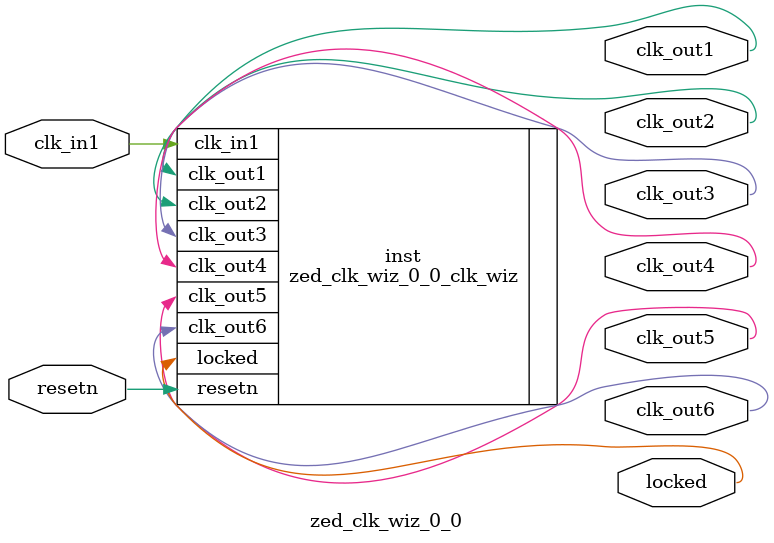
<source format=v>


`timescale 1ps/1ps

(* CORE_GENERATION_INFO = "zed_clk_wiz_0_0,clk_wiz_v6_0_2_0_0,{component_name=zed_clk_wiz_0_0,use_phase_alignment=true,use_min_o_jitter=false,use_max_i_jitter=false,use_dyn_phase_shift=false,use_inclk_switchover=false,use_dyn_reconfig=false,enable_axi=0,feedback_source=FDBK_AUTO,PRIMITIVE=MMCM,num_out_clk=6,clkin1_period=10.000,clkin2_period=10.000,use_power_down=false,use_reset=true,use_locked=true,use_inclk_stopped=false,feedback_type=SINGLE,CLOCK_MGR_TYPE=NA,manual_override=false}" *)

module zed_clk_wiz_0_0 
 (
  // Clock out ports
  output        clk_out1,
  output        clk_out2,
  output        clk_out3,
  output        clk_out4,
  output        clk_out5,
  output        clk_out6,
  // Status and control signals
  input         resetn,
  output        locked,
 // Clock in ports
  input         clk_in1
 );

  zed_clk_wiz_0_0_clk_wiz inst
  (
  // Clock out ports  
  .clk_out1(clk_out1),
  .clk_out2(clk_out2),
  .clk_out3(clk_out3),
  .clk_out4(clk_out4),
  .clk_out5(clk_out5),
  .clk_out6(clk_out6),
  // Status and control signals               
  .resetn(resetn), 
  .locked(locked),
 // Clock in ports
  .clk_in1(clk_in1)
  );

endmodule

</source>
